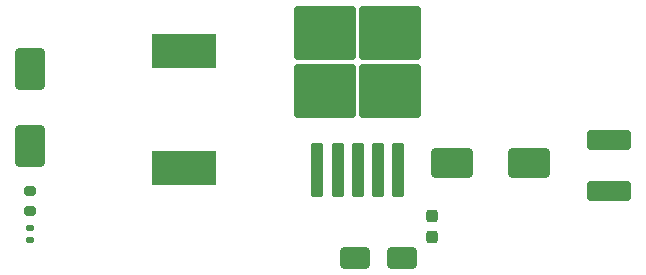
<source format=gbr>
%TF.GenerationSoftware,KiCad,Pcbnew,8.0.4*%
%TF.CreationDate,2024-09-09T00:03:51+05:30*%
%TF.ProjectId,buck conv,6275636b-2063-46f6-9e76-2e6b69636164,rev?*%
%TF.SameCoordinates,Original*%
%TF.FileFunction,Paste,Top*%
%TF.FilePolarity,Positive*%
%FSLAX46Y46*%
G04 Gerber Fmt 4.6, Leading zero omitted, Abs format (unit mm)*
G04 Created by KiCad (PCBNEW 8.0.4) date 2024-09-09 00:03:51*
%MOMM*%
%LPD*%
G01*
G04 APERTURE LIST*
G04 Aperture macros list*
%AMRoundRect*
0 Rectangle with rounded corners*
0 $1 Rounding radius*
0 $2 $3 $4 $5 $6 $7 $8 $9 X,Y pos of 4 corners*
0 Add a 4 corners polygon primitive as box body*
4,1,4,$2,$3,$4,$5,$6,$7,$8,$9,$2,$3,0*
0 Add four circle primitives for the rounded corners*
1,1,$1+$1,$2,$3*
1,1,$1+$1,$4,$5*
1,1,$1+$1,$6,$7*
1,1,$1+$1,$8,$9*
0 Add four rect primitives between the rounded corners*
20,1,$1+$1,$2,$3,$4,$5,0*
20,1,$1+$1,$4,$5,$6,$7,0*
20,1,$1+$1,$6,$7,$8,$9,0*
20,1,$1+$1,$8,$9,$2,$3,0*%
G04 Aperture macros list end*
%ADD10RoundRect,0.250000X1.000000X-1.500000X1.000000X1.500000X-1.000000X1.500000X-1.000000X-1.500000X0*%
%ADD11RoundRect,0.237500X-0.237500X0.300000X-0.237500X-0.300000X0.237500X-0.300000X0.237500X0.300000X0*%
%ADD12RoundRect,0.250000X0.300000X-2.050000X0.300000X2.050000X-0.300000X2.050000X-0.300000X-2.050000X0*%
%ADD13RoundRect,0.250000X2.375000X-2.025000X2.375000X2.025000X-2.375000X2.025000X-2.375000X-2.025000X0*%
%ADD14RoundRect,0.250000X-1.500000X-1.000000X1.500000X-1.000000X1.500000X1.000000X-1.500000X1.000000X0*%
%ADD15RoundRect,0.250000X-1.000000X-0.650000X1.000000X-0.650000X1.000000X0.650000X-1.000000X0.650000X0*%
%ADD16RoundRect,0.200000X-0.275000X0.200000X-0.275000X-0.200000X0.275000X-0.200000X0.275000X0.200000X0*%
%ADD17RoundRect,0.147500X0.172500X-0.147500X0.172500X0.147500X-0.172500X0.147500X-0.172500X-0.147500X0*%
%ADD18R,5.400000X2.900000*%
%ADD19RoundRect,0.250000X1.625000X-0.587500X1.625000X0.587500X-1.625000X0.587500X-1.625000X-0.587500X0*%
G04 APERTURE END LIST*
D10*
%TO.C,C3*%
X138000000Y-119500000D03*
X138000000Y-113000000D03*
%TD*%
D11*
%TO.C,C2*%
X172000000Y-125500000D03*
X172000000Y-127225000D03*
%TD*%
D12*
%TO.C,U1*%
X162325000Y-121575000D03*
X164025000Y-121575000D03*
X165725000Y-121575000D03*
D13*
X162950000Y-114850000D03*
X168500000Y-114850000D03*
X162950000Y-110000000D03*
X168500000Y-110000000D03*
D12*
X167425000Y-121575000D03*
X169125000Y-121575000D03*
%TD*%
D14*
%TO.C,C1*%
X173750000Y-121000000D03*
X180250000Y-121000000D03*
%TD*%
D15*
%TO.C,D2*%
X165500000Y-129000000D03*
X169500000Y-129000000D03*
%TD*%
D16*
%TO.C,R1*%
X138000000Y-123350000D03*
X138000000Y-125000000D03*
%TD*%
D17*
%TO.C,D3*%
X138000000Y-127485000D03*
X138000000Y-126515000D03*
%TD*%
D18*
%TO.C,L1*%
X151000000Y-121400000D03*
X151000000Y-111500000D03*
%TD*%
D19*
%TO.C,D1*%
X187000000Y-123375000D03*
X187000000Y-119000000D03*
%TD*%
M02*

</source>
